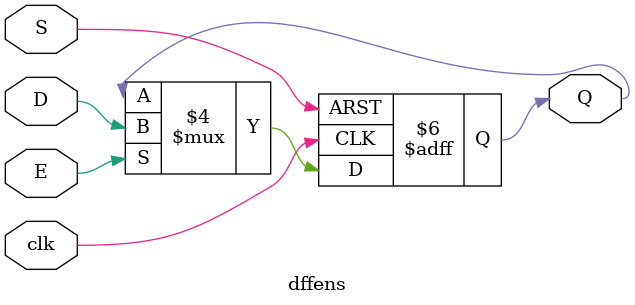
<source format=v>
module dffens(D,clk,E,S,Q);
input D;      // Data input 
input clk;    // clock input 
input E;      // enable 
input S;      // set input 
output reg Q;     // output Q 

always @(negedge clk or negedge S) 

begin
	if (S == 1'b0) begin // set active low
            Q <= 1'b1;
	end 
	else if (E == 1'b1) begin
            Q <= D; 
        end
end 
endmodule 

</source>
